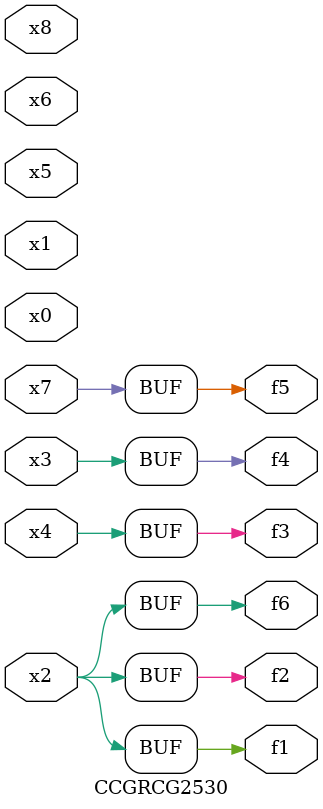
<source format=v>
module CCGRCG2530(
	input x0, x1, x2, x3, x4, x5, x6, x7, x8,
	output f1, f2, f3, f4, f5, f6
);
	assign f1 = x2;
	assign f2 = x2;
	assign f3 = x4;
	assign f4 = x3;
	assign f5 = x7;
	assign f6 = x2;
endmodule

</source>
